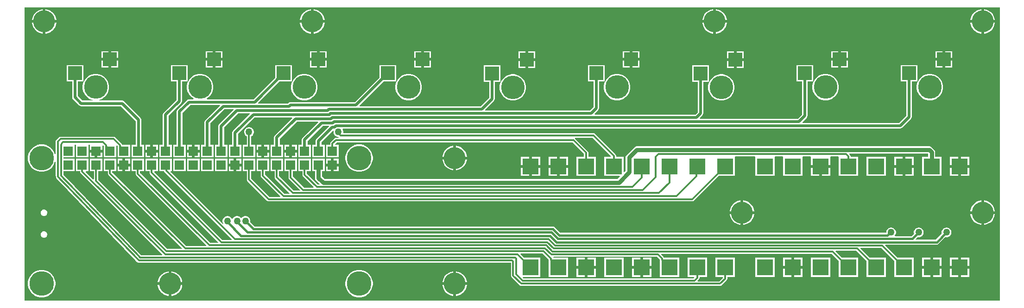
<source format=gbl>
G04*
G04 #@! TF.GenerationSoftware,Altium Limited,Altium Designer,22.9.1 (49)*
G04*
G04 Layer_Physical_Order=2*
G04 Layer_Color=16711680*
%FSLAX24Y24*%
%MOIN*%
G70*
G04*
G04 #@! TF.SameCoordinates,BC7F86F0-2A0E-43FE-BC97-1A6F13FA9336*
G04*
G04*
G04 #@! TF.FilePolarity,Positive*
G04*
G01*
G75*
%ADD29C,0.0300*%
%ADD30C,0.0150*%
%ADD31C,0.0120*%
%ADD32R,0.1181X0.1181*%
%ADD33R,0.0984X0.0984*%
%ADD34C,0.1693*%
%ADD35R,0.0709X0.0709*%
%ADD36R,0.0709X0.0709*%
%ADD37C,0.1772*%
%ADD38C,0.1575*%
%ADD39C,0.0500*%
%ADD40C,0.0200*%
G36*
X74182Y25751D02*
X4015D01*
Y46902D01*
X74182D01*
Y25751D01*
D02*
G37*
%LPC*%
G36*
X24828Y46759D02*
Y45974D01*
X25613D01*
X25582Y46133D01*
X25515Y46294D01*
X25418Y46440D01*
X25294Y46563D01*
X25149Y46660D01*
X24987Y46727D01*
X24828Y46759D01*
D02*
G37*
G36*
X5537D02*
Y45974D01*
X6322D01*
X6290Y46133D01*
X6223Y46294D01*
X6126Y46440D01*
X6003Y46563D01*
X5857Y46660D01*
X5696Y46727D01*
X5537Y46759D01*
D02*
G37*
G36*
X53765Y46759D02*
Y45974D01*
X54550D01*
X54519Y46133D01*
X54452Y46294D01*
X54355Y46440D01*
X54231Y46563D01*
X54086Y46660D01*
X53924Y46727D01*
X53765Y46759D01*
D02*
G37*
G36*
X73057Y46759D02*
Y45974D01*
X73842D01*
X73810Y46133D01*
X73743Y46294D01*
X73646Y46440D01*
X73522Y46563D01*
X73377Y46660D01*
X73216Y46727D01*
X73057Y46759D01*
D02*
G37*
G36*
X72857Y46759D02*
X72698Y46727D01*
X72536Y46660D01*
X72391Y46563D01*
X72267Y46440D01*
X72170Y46294D01*
X72103Y46133D01*
X72072Y45974D01*
X72857D01*
Y46759D01*
D02*
G37*
G36*
X53565Y46759D02*
X53407Y46727D01*
X53245Y46660D01*
X53100Y46563D01*
X52976Y46440D01*
X52879Y46294D01*
X52812Y46133D01*
X52780Y45974D01*
X53565D01*
Y46759D01*
D02*
G37*
G36*
X5337Y46759D02*
X5178Y46727D01*
X5017Y46660D01*
X4871Y46563D01*
X4748Y46440D01*
X4651Y46294D01*
X4584Y46133D01*
X4552Y45974D01*
X5337D01*
Y46759D01*
D02*
G37*
G36*
X24628D02*
X24469Y46727D01*
X24308Y46660D01*
X24163Y46563D01*
X24039Y46440D01*
X23942Y46294D01*
X23875Y46133D01*
X23843Y45974D01*
X24628D01*
Y46759D01*
D02*
G37*
G36*
X72857Y45774D02*
X72072D01*
X72103Y45615D01*
X72170Y45454D01*
X72267Y45308D01*
X72391Y45185D01*
X72536Y45088D01*
X72698Y45021D01*
X72857Y44989D01*
Y45774D01*
D02*
G37*
G36*
X53565D02*
X52780D01*
X52812Y45615D01*
X52879Y45454D01*
X52976Y45308D01*
X53100Y45185D01*
X53245Y45088D01*
X53407Y45021D01*
X53565Y44989D01*
Y45774D01*
D02*
G37*
G36*
X25613D02*
X24828D01*
Y44989D01*
X24987Y45021D01*
X25149Y45088D01*
X25294Y45185D01*
X25418Y45308D01*
X25515Y45454D01*
X25582Y45615D01*
X25613Y45774D01*
D02*
G37*
G36*
X6322D02*
X5537D01*
Y44989D01*
X5696Y45021D01*
X5857Y45088D01*
X6003Y45185D01*
X6126Y45308D01*
X6223Y45454D01*
X6290Y45615D01*
X6322Y45774D01*
D02*
G37*
G36*
X5337D02*
X4552D01*
X4584Y45615D01*
X4651Y45454D01*
X4748Y45308D01*
X4871Y45185D01*
X5017Y45088D01*
X5178Y45021D01*
X5337Y44989D01*
Y45774D01*
D02*
G37*
G36*
X24628D02*
X23843D01*
X23875Y45615D01*
X23942Y45454D01*
X24039Y45308D01*
X24163Y45185D01*
X24308Y45088D01*
X24469Y45021D01*
X24628Y44989D01*
Y45774D01*
D02*
G37*
G36*
X54550D02*
X53765D01*
Y44989D01*
X53924Y45021D01*
X54086Y45088D01*
X54231Y45185D01*
X54355Y45308D01*
X54452Y45454D01*
X54519Y45615D01*
X54550Y45774D01*
D02*
G37*
G36*
X73842D02*
X73057D01*
Y44989D01*
X73216Y45021D01*
X73377Y45088D01*
X73522Y45185D01*
X73646Y45308D01*
X73743Y45454D01*
X73810Y45615D01*
X73842Y45774D01*
D02*
G37*
G36*
X70746Y43734D02*
X70254D01*
Y43242D01*
X70746D01*
Y43734D01*
D02*
G37*
G36*
X70054D02*
X69561D01*
Y43242D01*
X70054D01*
Y43734D01*
D02*
G37*
G36*
X63246D02*
X62754D01*
Y43242D01*
X63246D01*
Y43734D01*
D02*
G37*
G36*
X62554D02*
X62061D01*
Y43242D01*
X62554D01*
Y43734D01*
D02*
G37*
G36*
X48246D02*
X47754D01*
Y43242D01*
X48246D01*
Y43734D01*
D02*
G37*
G36*
X47554D02*
X47061D01*
Y43242D01*
X47554D01*
Y43734D01*
D02*
G37*
G36*
X33246D02*
X32754D01*
Y43242D01*
X33246D01*
Y43734D01*
D02*
G37*
G36*
X32554D02*
X32061D01*
Y43242D01*
X32554D01*
Y43734D01*
D02*
G37*
G36*
X25746D02*
X25254D01*
Y43242D01*
X25746D01*
Y43734D01*
D02*
G37*
G36*
X25054D02*
X24561D01*
Y43242D01*
X25054D01*
Y43734D01*
D02*
G37*
G36*
X18246D02*
X17754D01*
Y43242D01*
X18246D01*
Y43734D01*
D02*
G37*
G36*
X17554D02*
X17061D01*
Y43242D01*
X17554D01*
Y43734D01*
D02*
G37*
G36*
X10746D02*
X10254D01*
Y43242D01*
X10746D01*
Y43734D01*
D02*
G37*
G36*
X10054D02*
X9561D01*
Y43242D01*
X10054D01*
Y43734D01*
D02*
G37*
G36*
X55746Y43718D02*
X55254D01*
Y43226D01*
X55746D01*
Y43718D01*
D02*
G37*
G36*
X55054D02*
X54561D01*
Y43226D01*
X55054D01*
Y43718D01*
D02*
G37*
G36*
X40746D02*
X40254D01*
Y43226D01*
X40746D01*
Y43718D01*
D02*
G37*
G36*
X40054D02*
X39561D01*
Y43226D01*
X40054D01*
Y43718D01*
D02*
G37*
G36*
X70746Y43042D02*
X70254D01*
Y42550D01*
X70746D01*
Y43042D01*
D02*
G37*
G36*
X70054D02*
X69561D01*
Y42550D01*
X70054D01*
Y43042D01*
D02*
G37*
G36*
X63246D02*
X62754D01*
Y42550D01*
X63246D01*
Y43042D01*
D02*
G37*
G36*
X62554D02*
X62061D01*
Y42550D01*
X62554D01*
Y43042D01*
D02*
G37*
G36*
X48246D02*
X47754D01*
Y42550D01*
X48246D01*
Y43042D01*
D02*
G37*
G36*
X47554D02*
X47061D01*
Y42550D01*
X47554D01*
Y43042D01*
D02*
G37*
G36*
X33246D02*
X32754D01*
Y42550D01*
X33246D01*
Y43042D01*
D02*
G37*
G36*
X32554D02*
X32061D01*
Y42550D01*
X32554D01*
Y43042D01*
D02*
G37*
G36*
X25746D02*
X25254D01*
Y42550D01*
X25746D01*
Y43042D01*
D02*
G37*
G36*
X25054D02*
X24561D01*
Y42550D01*
X25054D01*
Y43042D01*
D02*
G37*
G36*
X18246D02*
X17754D01*
Y42550D01*
X18246D01*
Y43042D01*
D02*
G37*
G36*
X17554D02*
X17061D01*
Y42550D01*
X17554D01*
Y43042D01*
D02*
G37*
G36*
X10746D02*
X10254D01*
Y42550D01*
X10746D01*
Y43042D01*
D02*
G37*
G36*
X10054D02*
X9561D01*
Y42550D01*
X10054D01*
Y43042D01*
D02*
G37*
G36*
X55746Y43026D02*
X55254D01*
Y42534D01*
X55746D01*
Y43026D01*
D02*
G37*
G36*
X55054D02*
X54561D01*
Y42534D01*
X55054D01*
Y43026D01*
D02*
G37*
G36*
X40746D02*
X40254D01*
Y42534D01*
X40746D01*
Y43026D01*
D02*
G37*
G36*
X40054D02*
X39561D01*
Y42534D01*
X40054D01*
Y43026D01*
D02*
G37*
G36*
X69247Y42088D02*
X69060D01*
X68877Y42052D01*
X68705Y41980D01*
X68550Y41877D01*
X68418Y41745D01*
X68315Y41590D01*
X68243Y41418D01*
X68207Y41235D01*
Y41049D01*
X68243Y40866D01*
X68315Y40693D01*
X68418Y40538D01*
X68550Y40407D01*
X68705Y40303D01*
X68877Y40232D01*
X69060Y40195D01*
X69247D01*
X69430Y40232D01*
X69602Y40303D01*
X69757Y40407D01*
X69889Y40538D01*
X69992Y40693D01*
X70064Y40866D01*
X70100Y41049D01*
Y41235D01*
X70064Y41418D01*
X69992Y41590D01*
X69889Y41745D01*
X69757Y41877D01*
X69602Y41980D01*
X69430Y42052D01*
X69247Y42088D01*
D02*
G37*
G36*
X61747D02*
X61560D01*
X61377Y42052D01*
X61205Y41980D01*
X61050Y41877D01*
X60918Y41745D01*
X60815Y41590D01*
X60743Y41418D01*
X60707Y41235D01*
Y41049D01*
X60743Y40866D01*
X60815Y40693D01*
X60918Y40538D01*
X61050Y40407D01*
X61205Y40303D01*
X61377Y40232D01*
X61560Y40195D01*
X61747D01*
X61930Y40232D01*
X62102Y40303D01*
X62257Y40407D01*
X62389Y40538D01*
X62492Y40693D01*
X62564Y40866D01*
X62600Y41049D01*
Y41235D01*
X62564Y41418D01*
X62492Y41590D01*
X62389Y41745D01*
X62257Y41877D01*
X62102Y41980D01*
X61930Y42052D01*
X61747Y42088D01*
D02*
G37*
G36*
X46747D02*
X46560D01*
X46377Y42052D01*
X46205Y41980D01*
X46050Y41877D01*
X45918Y41745D01*
X45815Y41590D01*
X45743Y41418D01*
X45707Y41235D01*
Y41049D01*
X45743Y40866D01*
X45815Y40693D01*
X45918Y40538D01*
X46050Y40407D01*
X46205Y40303D01*
X46377Y40232D01*
X46560Y40195D01*
X46747D01*
X46930Y40232D01*
X47102Y40303D01*
X47257Y40407D01*
X47389Y40538D01*
X47492Y40693D01*
X47564Y40866D01*
X47600Y41049D01*
Y41235D01*
X47564Y41418D01*
X47492Y41590D01*
X47389Y41745D01*
X47257Y41877D01*
X47102Y41980D01*
X46930Y42052D01*
X46747Y42088D01*
D02*
G37*
G36*
X31747D02*
X31560D01*
X31377Y42052D01*
X31205Y41980D01*
X31050Y41877D01*
X30918Y41745D01*
X30815Y41590D01*
X30743Y41418D01*
X30707Y41235D01*
Y41049D01*
X30743Y40866D01*
X30815Y40693D01*
X30918Y40538D01*
X31050Y40407D01*
X31205Y40303D01*
X31377Y40232D01*
X31560Y40195D01*
X31747D01*
X31930Y40232D01*
X32102Y40303D01*
X32257Y40407D01*
X32389Y40538D01*
X32492Y40693D01*
X32564Y40866D01*
X32600Y41049D01*
Y41235D01*
X32564Y41418D01*
X32492Y41590D01*
X32389Y41745D01*
X32257Y41877D01*
X32102Y41980D01*
X31930Y42052D01*
X31747Y42088D01*
D02*
G37*
G36*
X24247D02*
X24060D01*
X23877Y42052D01*
X23705Y41980D01*
X23550Y41877D01*
X23418Y41745D01*
X23315Y41590D01*
X23243Y41418D01*
X23207Y41235D01*
Y41049D01*
X23243Y40866D01*
X23315Y40693D01*
X23418Y40538D01*
X23550Y40407D01*
X23705Y40303D01*
X23877Y40232D01*
X24060Y40195D01*
X24247D01*
X24430Y40232D01*
X24602Y40303D01*
X24757Y40407D01*
X24889Y40538D01*
X24992Y40693D01*
X25064Y40866D01*
X25100Y41049D01*
Y41235D01*
X25064Y41418D01*
X24992Y41590D01*
X24889Y41745D01*
X24757Y41877D01*
X24602Y41980D01*
X24430Y42052D01*
X24247Y42088D01*
D02*
G37*
G36*
X54247Y42072D02*
X54060D01*
X53877Y42036D01*
X53705Y41965D01*
X53550Y41861D01*
X53418Y41729D01*
X53315Y41574D01*
X53243Y41402D01*
X53207Y41219D01*
Y41033D01*
X53243Y40850D01*
X53315Y40678D01*
X53418Y40523D01*
X53550Y40391D01*
X53705Y40287D01*
X53877Y40216D01*
X54060Y40180D01*
X54247D01*
X54430Y40216D01*
X54602Y40287D01*
X54757Y40391D01*
X54889Y40523D01*
X54992Y40678D01*
X55064Y40850D01*
X55100Y41033D01*
Y41219D01*
X55064Y41402D01*
X54992Y41574D01*
X54889Y41729D01*
X54757Y41861D01*
X54602Y41965D01*
X54430Y42036D01*
X54247Y42072D01*
D02*
G37*
G36*
X39247D02*
X39060D01*
X38877Y42036D01*
X38705Y41965D01*
X38550Y41861D01*
X38418Y41729D01*
X38315Y41574D01*
X38243Y41402D01*
X38207Y41219D01*
Y41033D01*
X38243Y40850D01*
X38315Y40678D01*
X38418Y40523D01*
X38550Y40391D01*
X38705Y40287D01*
X38877Y40216D01*
X39060Y40180D01*
X39247D01*
X39430Y40216D01*
X39602Y40287D01*
X39757Y40391D01*
X39889Y40523D01*
X39992Y40678D01*
X40064Y40850D01*
X40100Y41033D01*
Y41219D01*
X40064Y41402D01*
X39992Y41574D01*
X39889Y41729D01*
X39757Y41861D01*
X39602Y41965D01*
X39430Y42036D01*
X39247Y42072D01*
D02*
G37*
G36*
X68246Y42734D02*
X67061D01*
Y41550D01*
X67450D01*
Y39081D01*
X66934Y38565D01*
X59997D01*
X59978Y38611D01*
X60298Y38931D01*
X60342Y38997D01*
X60357Y39075D01*
Y41550D01*
X60746D01*
Y42734D01*
X59561D01*
Y41550D01*
X59950D01*
Y39159D01*
X59655Y38865D01*
X52620D01*
X52601Y38911D01*
X52798Y39108D01*
X52842Y39174D01*
X52857Y39252D01*
Y41534D01*
X53246D01*
Y42718D01*
X52061D01*
Y41534D01*
X52450D01*
Y39336D01*
X52278Y39165D01*
X45046D01*
X45027Y39211D01*
X45298Y39482D01*
X45342Y39548D01*
X45357Y39626D01*
Y41550D01*
X45746D01*
Y42734D01*
X44561D01*
Y41550D01*
X44950D01*
Y39710D01*
X44704Y39465D01*
X37177D01*
X37158Y39511D01*
X37798Y40151D01*
X37842Y40217D01*
X37857Y40295D01*
Y41534D01*
X38246D01*
Y42718D01*
X37061D01*
Y41534D01*
X37450D01*
Y40380D01*
X36835Y39765D01*
X28131D01*
X28111Y39811D01*
X29850Y41550D01*
X30746D01*
Y42734D01*
X29561D01*
Y41838D01*
X27788Y40065D01*
X23147D01*
X23069Y40050D01*
X23002Y40005D01*
X22968Y39971D01*
X20836D01*
X20817Y40017D01*
X22350Y41550D01*
X23246D01*
Y42734D01*
X22061D01*
Y41838D01*
X20494Y40271D01*
X17144D01*
X17129Y40321D01*
X17257Y40407D01*
X17389Y40538D01*
X17492Y40693D01*
X17564Y40866D01*
X17600Y41049D01*
Y41235D01*
X17564Y41418D01*
X17492Y41590D01*
X17389Y41745D01*
X17257Y41877D01*
X17102Y41980D01*
X16930Y42052D01*
X16747Y42088D01*
X16560D01*
X16377Y42052D01*
X16205Y41980D01*
X16050Y41877D01*
X15918Y41745D01*
X15815Y41590D01*
X15743Y41418D01*
X15707Y41235D01*
Y41049D01*
X15743Y40866D01*
X15815Y40693D01*
X15918Y40538D01*
X16050Y40407D01*
X16179Y40321D01*
X16163Y40271D01*
X15870D01*
X15792Y40255D01*
X15726Y40211D01*
X15032Y39517D01*
X14987Y39451D01*
X14972Y39373D01*
Y36986D01*
X14721D01*
Y36077D01*
X15630D01*
Y36986D01*
X15380D01*
Y39288D01*
X15955Y39863D01*
X18068D01*
X18087Y39817D01*
X17032Y38761D01*
X16987Y38695D01*
X16972Y38617D01*
Y36986D01*
X16721D01*
Y36077D01*
X17630D01*
Y36986D01*
X17380D01*
Y38532D01*
X18410Y39563D01*
X19048D01*
X19067Y39517D01*
X18032Y38481D01*
X17987Y38415D01*
X17972Y38337D01*
Y36986D01*
X17721D01*
Y36077D01*
X18630D01*
Y36986D01*
X18380D01*
Y38253D01*
X19390Y39263D01*
X20224D01*
X20243Y39217D01*
X19032Y38005D01*
X18987Y37939D01*
X18972Y37861D01*
Y36986D01*
X18721D01*
Y36077D01*
X19630D01*
Y36986D01*
X19380D01*
Y37776D01*
X20566Y38963D01*
X23271D01*
X23290Y38917D01*
X22032Y37659D01*
X21987Y37592D01*
X21972Y37514D01*
Y36986D01*
X21721D01*
Y36077D01*
X22630D01*
Y36986D01*
X22380D01*
Y37430D01*
X23613Y38663D01*
X25136D01*
X25155Y38617D01*
X24032Y37493D01*
X23987Y37427D01*
X23972Y37349D01*
Y36986D01*
X23721D01*
Y36077D01*
X24630D01*
Y36986D01*
X24380D01*
Y37264D01*
X25478Y38363D01*
X25919D01*
X25938Y38317D01*
X25032Y37410D01*
X24987Y37344D01*
X24972Y37266D01*
Y36986D01*
X24721D01*
Y36077D01*
X25630D01*
Y36986D01*
X25380D01*
Y37182D01*
X26217Y38019D01*
X26261Y37993D01*
X26252Y37957D01*
Y37865D01*
X26276Y37776D01*
X26322Y37696D01*
X26387Y37631D01*
X26467Y37585D01*
X26556Y37561D01*
X26606D01*
X26628Y37534D01*
X26608Y37484D01*
X26412D01*
X26349Y37472D01*
X26296Y37436D01*
X26060Y37201D01*
X26025Y37148D01*
X26013Y37085D01*
Y36986D01*
X25721D01*
Y36077D01*
X26630D01*
Y36986D01*
X26378D01*
X26357Y37036D01*
X26479Y37158D01*
X43450D01*
X44258Y36350D01*
Y36124D01*
X43731D01*
Y34743D01*
X45112D01*
Y36124D01*
X44584D01*
Y36417D01*
X44572Y36480D01*
X44537Y36533D01*
X43633Y37436D01*
X43621Y37444D01*
X43637Y37494D01*
X44885D01*
X46210Y36170D01*
X46191Y36124D01*
X45731D01*
Y34743D01*
X46840D01*
X46859Y34696D01*
X46677Y34515D01*
X25621D01*
X25431Y34705D01*
Y35077D01*
X25630D01*
Y35986D01*
X24721D01*
Y35077D01*
X24921D01*
Y34600D01*
X24940Y34502D01*
X24996Y34420D01*
X25256Y34159D01*
X25237Y34113D01*
X25115D01*
X24339Y34889D01*
Y35077D01*
X24630D01*
Y35986D01*
X23721D01*
Y35077D01*
X24013D01*
Y34821D01*
X24025Y34759D01*
X24060Y34706D01*
X24827Y33939D01*
X24808Y33893D01*
X24145D01*
X23339Y34699D01*
Y35077D01*
X23630D01*
Y35986D01*
X22721D01*
Y35077D01*
X23013D01*
Y34631D01*
X23025Y34569D01*
X23060Y34516D01*
X23857Y33719D01*
X23838Y33673D01*
X23381D01*
X22339Y34715D01*
Y35077D01*
X22630D01*
Y35986D01*
X21721D01*
Y35077D01*
X22013D01*
Y34647D01*
X22025Y34585D01*
X22060Y34532D01*
X23093Y33499D01*
X23074Y33453D01*
X22715D01*
X21339Y34829D01*
Y35077D01*
X21630D01*
Y35986D01*
X20721D01*
Y35077D01*
X21013D01*
Y34761D01*
X21025Y34699D01*
X21060Y34646D01*
X22427Y33279D01*
X22408Y33233D01*
X21655D01*
X20339Y34549D01*
Y35077D01*
X20630D01*
Y35986D01*
X19721D01*
Y35077D01*
X20013D01*
Y34482D01*
X20025Y34419D01*
X20060Y34366D01*
X21472Y32954D01*
X21525Y32919D01*
X21588Y32907D01*
X52058D01*
X52120Y32919D01*
X52173Y32954D01*
X53961Y34743D01*
X55112D01*
Y36124D01*
X55151Y36149D01*
X56557D01*
X56597Y36124D01*
X56597Y36099D01*
Y34743D01*
X57978D01*
Y36099D01*
X57978Y36124D01*
X58017Y36149D01*
X58557D01*
X58597Y36124D01*
X58597Y36099D01*
Y34743D01*
X59978D01*
Y36099D01*
X59978Y36124D01*
X60017Y36149D01*
X60557D01*
X60597Y36124D01*
X60597Y36099D01*
Y35533D01*
X61978D01*
Y36099D01*
X61978Y36124D01*
X62017Y36149D01*
X62557D01*
X62597Y36124D01*
Y34743D01*
X63978D01*
Y36124D01*
X63451D01*
Y36154D01*
X63438Y36216D01*
X63403Y36269D01*
X63351Y36321D01*
X63370Y36367D01*
X69006D01*
X69033Y36341D01*
Y36124D01*
X68597D01*
Y34743D01*
X69978D01*
Y36124D01*
X69542D01*
Y36446D01*
X69523Y36544D01*
X69468Y36627D01*
X69292Y36802D01*
X69209Y36858D01*
X69112Y36877D01*
X48076D01*
X47978Y36858D01*
X47895Y36802D01*
X47351Y36258D01*
X47296Y36175D01*
X47276Y36078D01*
Y35114D01*
X47158Y34996D01*
X47112Y35015D01*
Y36124D01*
X46584D01*
Y36189D01*
X46572Y36251D01*
X46537Y36304D01*
X45068Y37773D01*
X45015Y37808D01*
X44953Y37820D01*
X26981D01*
X26951Y37860D01*
X26952Y37865D01*
Y37957D01*
X26928Y38046D01*
X26893Y38107D01*
X26917Y38157D01*
X67019D01*
X67097Y38173D01*
X67163Y38217D01*
X67798Y38852D01*
X67842Y38918D01*
X67857Y38996D01*
X67857Y38996D01*
Y41550D01*
X68246D01*
Y42734D01*
D02*
G37*
G36*
X23630Y36986D02*
X23276D01*
Y36632D01*
X23630D01*
Y36986D01*
D02*
G37*
G36*
X23076D02*
X22721D01*
Y36632D01*
X23076D01*
Y36986D01*
D02*
G37*
G36*
X21630D02*
X21276D01*
Y36632D01*
X21630D01*
Y36986D01*
D02*
G37*
G36*
X21076D02*
X20721D01*
Y36632D01*
X21076D01*
Y36986D01*
D02*
G37*
G36*
X16630D02*
X16276D01*
Y36632D01*
X16630D01*
Y36986D01*
D02*
G37*
G36*
X16076D02*
X15721D01*
Y36632D01*
X16076D01*
Y36986D01*
D02*
G37*
G36*
X13630D02*
X13276D01*
Y36632D01*
X13630D01*
Y36986D01*
D02*
G37*
G36*
X13076D02*
X12721D01*
Y36632D01*
X13076D01*
Y36986D01*
D02*
G37*
G36*
X10443Y37570D02*
X6616D01*
X6553Y37558D01*
X6500Y37522D01*
X6306Y37328D01*
X6271Y37275D01*
X6258Y37213D01*
Y36315D01*
X6208Y36310D01*
X6206Y36319D01*
X6132Y36498D01*
X6024Y36660D01*
X5887Y36797D01*
X5725Y36905D01*
X5546Y36979D01*
X5356Y37017D01*
X5161D01*
X4971Y36979D01*
X4791Y36905D01*
X4630Y36797D01*
X4493Y36660D01*
X4385Y36498D01*
X4310Y36319D01*
X4273Y36129D01*
Y35934D01*
X4310Y35744D01*
X4385Y35565D01*
X4493Y35403D01*
X4630Y35266D01*
X4791Y35158D01*
X4971Y35084D01*
X5161Y35046D01*
X5356D01*
X5546Y35084D01*
X5725Y35158D01*
X5887Y35266D01*
X6024Y35403D01*
X6132Y35565D01*
X6206Y35744D01*
X6208Y35753D01*
X6258Y35748D01*
Y34897D01*
X6258Y34850D01*
X6260Y34841D01*
X6259Y34831D01*
X6279Y34659D01*
X6286Y34639D01*
X6290Y34619D01*
X6296Y34609D01*
X6299Y34599D01*
X6313Y34583D01*
X6324Y34565D01*
X11999Y28667D01*
X12000Y28666D01*
X12001Y28664D01*
X12132Y28534D01*
X12184Y28499D01*
X12247Y28486D01*
X39014D01*
Y27569D01*
X39026Y27506D01*
X39062Y27453D01*
X39656Y26858D01*
X39709Y26823D01*
X39772Y26811D01*
X54059D01*
X54121Y26823D01*
X54174Y26858D01*
X54537Y27221D01*
X54572Y27274D01*
X54584Y27336D01*
Y27467D01*
X55112D01*
Y28848D01*
X53731D01*
Y27467D01*
X54258D01*
Y27404D01*
X53991Y27137D01*
X52451D01*
X52432Y27183D01*
X52537Y27288D01*
X52572Y27341D01*
X52584Y27403D01*
Y27467D01*
X53112D01*
Y28848D01*
X51731D01*
Y27467D01*
X52189D01*
X52208Y27421D01*
X52144Y27357D01*
X39930D01*
X39867Y27421D01*
X39886Y27467D01*
X41112D01*
Y28848D01*
X39961D01*
X39709Y29100D01*
X39728Y29146D01*
X41298D01*
X41728Y28716D01*
Y28688D01*
X41731Y28672D01*
Y27467D01*
X43112D01*
Y28848D01*
X42084D01*
X42077Y28859D01*
X42105Y28909D01*
X49535D01*
X49728Y28716D01*
Y28688D01*
X49731Y28672D01*
Y27467D01*
X51112D01*
Y28848D01*
X50040D01*
X50006Y28899D01*
X49823Y29083D01*
X49842Y29129D01*
X62085D01*
X62597Y28617D01*
Y27467D01*
X63978D01*
Y28848D01*
X62828D01*
X62373Y29303D01*
X62392Y29349D01*
X63865D01*
X64597Y28617D01*
Y27467D01*
X65978D01*
Y28848D01*
X64828D01*
X64153Y29523D01*
X64172Y29569D01*
X65645D01*
X66597Y28617D01*
Y27467D01*
X67978D01*
Y28848D01*
X66828D01*
X65933Y29743D01*
X65952Y29789D01*
X69648D01*
X69717Y29802D01*
X69775Y29841D01*
X70272Y30338D01*
X70312Y30327D01*
X70404D01*
X70493Y30351D01*
X70573Y30397D01*
X70638Y30462D01*
X70684Y30542D01*
X70708Y30631D01*
Y30723D01*
X70684Y30812D01*
X70638Y30892D01*
X70573Y30957D01*
X70493Y31003D01*
X70404Y31027D01*
X70312D01*
X70223Y31003D01*
X70143Y30957D01*
X70078Y30892D01*
X70032Y30812D01*
X70008Y30723D01*
Y30631D01*
X70019Y30590D01*
X69574Y30146D01*
X68144D01*
X68125Y30192D01*
X68272Y30338D01*
X68312Y30327D01*
X68404D01*
X68493Y30351D01*
X68573Y30397D01*
X68638Y30462D01*
X68684Y30542D01*
X68708Y30631D01*
Y30723D01*
X68684Y30812D01*
X68638Y30892D01*
X68573Y30957D01*
X68493Y31003D01*
X68404Y31027D01*
X68312D01*
X68223Y31003D01*
X68143Y30957D01*
X68078Y30892D01*
X68032Y30812D01*
X68008Y30723D01*
Y30631D01*
X68019Y30590D01*
X67824Y30396D01*
X66646D01*
X66626Y30446D01*
X66642Y30462D01*
X66688Y30542D01*
X66712Y30631D01*
Y30723D01*
X66688Y30812D01*
X66642Y30892D01*
X66577Y30957D01*
X66497Y31003D01*
X66408Y31027D01*
X66316D01*
X66227Y31003D01*
X66147Y30957D01*
X66082Y30892D01*
X66036Y30812D01*
X66012Y30723D01*
Y30646D01*
X42565D01*
X42160Y31051D01*
X42102Y31089D01*
X42034Y31103D01*
X20559D01*
X20252Y31410D01*
X20264Y31458D01*
Y31550D01*
X20240Y31639D01*
X20194Y31719D01*
X20129Y31784D01*
X20049Y31830D01*
X19960Y31854D01*
X19868D01*
X19779Y31830D01*
X19699Y31784D01*
X19642Y31727D01*
X19624Y31720D01*
X19579Y31724D01*
X19529Y31774D01*
X19450Y31820D01*
X19361Y31844D01*
X19268D01*
X19179Y31820D01*
X19100Y31774D01*
X19034Y31709D01*
X18998Y31646D01*
X18993Y31644D01*
X18947Y31644D01*
X18943Y31646D01*
X18906Y31709D01*
X18841Y31775D01*
X18761Y31821D01*
X18672Y31844D01*
X18580D01*
X18491Y31821D01*
X18411Y31775D01*
X18346Y31709D01*
X18300Y31630D01*
X18276Y31541D01*
Y31448D01*
X18300Y31359D01*
X18321Y31323D01*
X18281Y31293D01*
X14542Y35031D01*
X14561Y35077D01*
X14630D01*
Y35986D01*
X13721D01*
Y35077D01*
X14072D01*
X14077Y35052D01*
X14113Y34999D01*
X18933Y30179D01*
X18914Y30133D01*
X18259D01*
X13365Y35027D01*
X13386Y35077D01*
X13630D01*
Y35986D01*
X12721D01*
Y35077D01*
X13013D01*
Y34986D01*
X13025Y34923D01*
X13060Y34870D01*
X17972Y29959D01*
X17953Y29913D01*
X17397D01*
X12339Y34971D01*
Y35077D01*
X12630D01*
Y35986D01*
X11721D01*
Y35077D01*
X12013D01*
Y34903D01*
X12025Y34841D01*
X12060Y34788D01*
X17109Y29739D01*
X17090Y29693D01*
X15648D01*
X10339Y35002D01*
Y35077D01*
X10630D01*
Y35986D01*
X9721D01*
Y35077D01*
X10013D01*
Y34934D01*
X10025Y34872D01*
X10060Y34819D01*
X15361Y29519D01*
X15341Y29473D01*
X14309D01*
X9339Y34443D01*
Y35077D01*
X9630D01*
Y35986D01*
X8721D01*
Y35077D01*
X9013D01*
Y34524D01*
X8966Y34504D01*
X8440Y35031D01*
X8459Y35077D01*
X8630D01*
Y35986D01*
X7721D01*
Y35077D01*
X8013D01*
Y35064D01*
X8025Y35002D01*
X8060Y34949D01*
X13931Y29079D01*
X13911Y29033D01*
X12406D01*
X6825Y34835D01*
X6825Y35077D01*
X7630D01*
Y35986D01*
X6825D01*
Y36077D01*
X7630D01*
Y36986D01*
X7668Y37016D01*
X7684D01*
X7721Y36986D01*
X7721Y36966D01*
Y36077D01*
X8630D01*
Y36966D01*
X8630Y36986D01*
X8668Y37016D01*
X8684D01*
X8721Y36986D01*
X8721Y36966D01*
Y36632D01*
X9630D01*
Y36919D01*
X9680Y36939D01*
X9718Y36901D01*
Y36873D01*
X9721Y36857D01*
Y36077D01*
X10630D01*
Y36919D01*
X10680Y36939D01*
X10718Y36901D01*
Y36873D01*
X10721Y36857D01*
Y36077D01*
X11630D01*
Y36986D01*
X11041D01*
X11032Y37031D01*
X10997Y37084D01*
X10558Y37522D01*
X10505Y37558D01*
X10443Y37570D01*
D02*
G37*
G36*
X35065Y36916D02*
Y36131D01*
X35849D01*
X35818Y36290D01*
X35751Y36452D01*
X35654Y36597D01*
X35530Y36721D01*
X35385Y36818D01*
X35223Y36885D01*
X35065Y36916D01*
D02*
G37*
G36*
X34865D02*
X34706Y36885D01*
X34544Y36818D01*
X34399Y36721D01*
X34275Y36597D01*
X34178Y36452D01*
X34111Y36290D01*
X34080Y36131D01*
X34865D01*
Y36916D01*
D02*
G37*
G36*
X23630Y36432D02*
X23276D01*
Y36077D01*
X23630D01*
Y36432D01*
D02*
G37*
G36*
X23076D02*
X22721D01*
Y36077D01*
X23076D01*
Y36432D01*
D02*
G37*
G36*
X21630D02*
X21276D01*
Y36077D01*
X21630D01*
Y36432D01*
D02*
G37*
G36*
X21076D02*
X20721D01*
Y36077D01*
X21076D01*
Y36432D01*
D02*
G37*
G36*
X20222Y38261D02*
X20130D01*
X20041Y38237D01*
X19961Y38191D01*
X19896Y38126D01*
X19850Y38046D01*
X19826Y37957D01*
Y37865D01*
X19850Y37776D01*
X19896Y37696D01*
X19961Y37631D01*
X20013Y37601D01*
Y36986D01*
X19721D01*
Y36077D01*
X20630D01*
Y36986D01*
X20339D01*
Y37601D01*
X20391Y37631D01*
X20456Y37696D01*
X20502Y37776D01*
X20526Y37865D01*
Y37957D01*
X20502Y38046D01*
X20456Y38126D01*
X20391Y38191D01*
X20311Y38237D01*
X20222Y38261D01*
D02*
G37*
G36*
X16630Y36432D02*
X16276D01*
Y36077D01*
X16630D01*
Y36432D01*
D02*
G37*
G36*
X16076D02*
X15721D01*
Y36077D01*
X16076D01*
Y36432D01*
D02*
G37*
G36*
X15746Y42734D02*
X14561D01*
Y41550D01*
X14950D01*
Y40222D01*
X14032Y39304D01*
X13987Y39238D01*
X13972Y39160D01*
Y36986D01*
X13721D01*
Y36077D01*
X14630D01*
Y36986D01*
X14380D01*
Y39076D01*
X15298Y39994D01*
X15342Y40060D01*
X15357Y40138D01*
Y41550D01*
X15746D01*
Y42734D01*
D02*
G37*
G36*
X13630Y36432D02*
X13276D01*
Y36077D01*
X13630D01*
Y36432D01*
D02*
G37*
G36*
X13076D02*
X12721D01*
Y36077D01*
X13076D01*
Y36432D01*
D02*
G37*
G36*
X8246Y42734D02*
X7061D01*
Y41550D01*
X7450D01*
Y40409D01*
X7465Y40331D01*
X7509Y40265D01*
X7950Y39824D01*
X8016Y39780D01*
X8094Y39765D01*
X10963D01*
X12024Y38703D01*
Y36986D01*
X11721D01*
Y36077D01*
X12630D01*
Y36986D01*
X12432D01*
Y38787D01*
X12417Y38865D01*
X12373Y38932D01*
X12373Y38932D01*
X11191Y40113D01*
X11125Y40157D01*
X11047Y40172D01*
X9388D01*
X9383Y40222D01*
X9430Y40232D01*
X9602Y40303D01*
X9757Y40407D01*
X9889Y40538D01*
X9992Y40693D01*
X10064Y40866D01*
X10100Y41049D01*
Y41235D01*
X10064Y41418D01*
X9992Y41590D01*
X9889Y41745D01*
X9757Y41877D01*
X9602Y41980D01*
X9430Y42052D01*
X9247Y42088D01*
X9060D01*
X8877Y42052D01*
X8705Y41980D01*
X8550Y41877D01*
X8418Y41745D01*
X8315Y41590D01*
X8243Y41418D01*
X8207Y41235D01*
Y41049D01*
X8243Y40866D01*
X8315Y40693D01*
X8418Y40538D01*
X8550Y40407D01*
X8705Y40303D01*
X8877Y40232D01*
X8924Y40222D01*
X8919Y40172D01*
X8179D01*
X7857Y40494D01*
Y41550D01*
X8246D01*
Y42734D01*
D02*
G37*
G36*
X9630Y36432D02*
X9276D01*
Y36077D01*
X9630D01*
Y36432D01*
D02*
G37*
G36*
X9076D02*
X8721D01*
Y36077D01*
X9076D01*
Y36432D01*
D02*
G37*
G36*
X26630Y35986D02*
X26276D01*
Y35631D01*
X26630D01*
Y35986D01*
D02*
G37*
G36*
X26076D02*
X25721D01*
Y35631D01*
X26076D01*
Y35986D01*
D02*
G37*
G36*
X19630D02*
X19276D01*
Y35631D01*
X19630D01*
Y35986D01*
D02*
G37*
G36*
X19076D02*
X18721D01*
Y35631D01*
X19076D01*
Y35986D01*
D02*
G37*
G36*
X11630D02*
X11276D01*
Y35631D01*
X11630D01*
Y35986D01*
D02*
G37*
G36*
X11076D02*
X10721D01*
Y35631D01*
X11076D01*
Y35986D01*
D02*
G37*
G36*
X71978Y36124D02*
X71387D01*
Y35533D01*
X71978D01*
Y36124D01*
D02*
G37*
G36*
X71187D02*
X70597D01*
Y35533D01*
X71187D01*
Y36124D01*
D02*
G37*
G36*
X67978D02*
X67387D01*
Y35533D01*
X67978D01*
Y36124D01*
D02*
G37*
G36*
X67187D02*
X66597D01*
Y35533D01*
X67187D01*
Y36124D01*
D02*
G37*
G36*
X43112D02*
X42521D01*
Y35533D01*
X43112D01*
Y36124D01*
D02*
G37*
G36*
X42321D02*
X41731D01*
Y35533D01*
X42321D01*
Y36124D01*
D02*
G37*
G36*
X41112D02*
X40521D01*
Y35533D01*
X41112D01*
Y36124D01*
D02*
G37*
G36*
X40321D02*
X39731D01*
Y35533D01*
X40321D01*
Y36124D01*
D02*
G37*
G36*
X35849Y35931D02*
X35065D01*
Y35147D01*
X35223Y35178D01*
X35385Y35245D01*
X35530Y35342D01*
X35654Y35466D01*
X35751Y35611D01*
X35818Y35773D01*
X35849Y35931D01*
D02*
G37*
G36*
X34865D02*
X34080D01*
X34111Y35773D01*
X34178Y35611D01*
X34275Y35466D01*
X34399Y35342D01*
X34544Y35245D01*
X34706Y35178D01*
X34865Y35147D01*
Y35931D01*
D02*
G37*
G36*
X26630Y35431D02*
X26276D01*
Y35077D01*
X26630D01*
Y35431D01*
D02*
G37*
G36*
X26076D02*
X25721D01*
Y35077D01*
X26076D01*
Y35431D01*
D02*
G37*
G36*
X19630D02*
X19276D01*
Y35077D01*
X19630D01*
Y35431D01*
D02*
G37*
G36*
X19076D02*
X18721D01*
Y35077D01*
X19076D01*
Y35431D01*
D02*
G37*
G36*
X18630Y35986D02*
X17721D01*
Y35077D01*
X18630D01*
Y35986D01*
D02*
G37*
G36*
X17630D02*
X16721D01*
Y35077D01*
X17630D01*
Y35986D01*
D02*
G37*
G36*
X16630D02*
X15721D01*
Y35077D01*
X16630D01*
Y35986D01*
D02*
G37*
G36*
X15630D02*
X14721D01*
Y35077D01*
X15630D01*
Y35986D01*
D02*
G37*
G36*
X11630Y35431D02*
X11276D01*
Y35077D01*
X11630D01*
Y35431D01*
D02*
G37*
G36*
X11076D02*
X10721D01*
Y35077D01*
X11076D01*
Y35431D01*
D02*
G37*
G36*
X28190Y37017D02*
X27996D01*
X27806Y36979D01*
X27626Y36905D01*
X27465Y36797D01*
X27327Y36660D01*
X27219Y36498D01*
X27145Y36319D01*
X27107Y36129D01*
Y35934D01*
X27145Y35744D01*
X27219Y35565D01*
X27327Y35403D01*
X27465Y35266D01*
X27626Y35158D01*
X27806Y35084D01*
X27996Y35046D01*
X28190D01*
X28381Y35084D01*
X28560Y35158D01*
X28721Y35266D01*
X28859Y35403D01*
X28967Y35565D01*
X29041Y35744D01*
X29079Y35934D01*
Y36129D01*
X29041Y36319D01*
X28967Y36498D01*
X28859Y36660D01*
X28721Y36797D01*
X28560Y36905D01*
X28381Y36979D01*
X28190Y37017D01*
D02*
G37*
G36*
X71978Y35333D02*
X71387D01*
Y34743D01*
X71978D01*
Y35333D01*
D02*
G37*
G36*
X71187D02*
X70597D01*
Y34743D01*
X71187D01*
Y35333D01*
D02*
G37*
G36*
X67978D02*
X67387D01*
Y34743D01*
X67978D01*
Y35333D01*
D02*
G37*
G36*
X67187D02*
X66597D01*
Y34743D01*
X67187D01*
Y35333D01*
D02*
G37*
G36*
X65978Y36124D02*
X64597D01*
Y34743D01*
X65978D01*
Y36124D01*
D02*
G37*
G36*
X61978Y35333D02*
X61387D01*
Y34743D01*
X61978D01*
Y35333D01*
D02*
G37*
G36*
X61187D02*
X60597D01*
Y34743D01*
X61187D01*
Y35333D01*
D02*
G37*
G36*
X43112D02*
X42521D01*
Y34743D01*
X43112D01*
Y35333D01*
D02*
G37*
G36*
X42321D02*
X41731D01*
Y34743D01*
X42321D01*
Y35333D01*
D02*
G37*
G36*
X41112D02*
X40521D01*
Y34743D01*
X41112D01*
Y35333D01*
D02*
G37*
G36*
X40321D02*
X39731D01*
Y34743D01*
X40321D01*
Y35333D01*
D02*
G37*
G36*
X73057Y32979D02*
Y32194D01*
X73842D01*
X73810Y32353D01*
X73743Y32515D01*
X73646Y32660D01*
X73522Y32784D01*
X73377Y32881D01*
X73216Y32948D01*
X73057Y32979D01*
D02*
G37*
G36*
X55734Y32979D02*
Y32194D01*
X56519D01*
X56487Y32353D01*
X56420Y32515D01*
X56323Y32660D01*
X56200Y32784D01*
X56054Y32881D01*
X55893Y32948D01*
X55734Y32979D01*
D02*
G37*
G36*
X55534D02*
X55375Y32948D01*
X55214Y32881D01*
X55068Y32784D01*
X54945Y32660D01*
X54847Y32515D01*
X54781Y32353D01*
X54749Y32194D01*
X55534D01*
Y32979D01*
D02*
G37*
G36*
X72857Y32979D02*
X72698Y32948D01*
X72536Y32881D01*
X72391Y32784D01*
X72267Y32660D01*
X72170Y32515D01*
X72103Y32353D01*
X72072Y32194D01*
X72857D01*
Y32979D01*
D02*
G37*
G36*
X5463Y32322D02*
X5372D01*
X5288Y32288D01*
X5224Y32224D01*
X5189Y32140D01*
Y32049D01*
X5224Y31965D01*
X5288Y31901D01*
X5372Y31867D01*
X5463D01*
X5546Y31901D01*
X5611Y31965D01*
X5645Y32049D01*
Y32140D01*
X5611Y32224D01*
X5546Y32288D01*
X5463Y32322D01*
D02*
G37*
G36*
X73842Y31994D02*
X73057D01*
Y31210D01*
X73216Y31241D01*
X73377Y31308D01*
X73522Y31405D01*
X73646Y31529D01*
X73743Y31674D01*
X73810Y31836D01*
X73842Y31994D01*
D02*
G37*
G36*
X56519D02*
X55734D01*
Y31210D01*
X55893Y31241D01*
X56054Y31308D01*
X56200Y31405D01*
X56323Y31529D01*
X56420Y31674D01*
X56487Y31836D01*
X56519Y31994D01*
D02*
G37*
G36*
X55534D02*
X54749D01*
X54781Y31836D01*
X54847Y31674D01*
X54945Y31529D01*
X55068Y31405D01*
X55214Y31308D01*
X55375Y31241D01*
X55534Y31210D01*
Y31994D01*
D02*
G37*
G36*
X72857D02*
X72072D01*
X72103Y31836D01*
X72170Y31674D01*
X72267Y31529D01*
X72391Y31405D01*
X72536Y31308D01*
X72698Y31241D01*
X72857Y31210D01*
Y31994D01*
D02*
G37*
G36*
X5463Y30748D02*
X5372D01*
X5288Y30713D01*
X5224Y30649D01*
X5189Y30565D01*
Y30474D01*
X5224Y30391D01*
X5288Y30326D01*
X5372Y30292D01*
X5463D01*
X5546Y30326D01*
X5611Y30391D01*
X5645Y30474D01*
Y30565D01*
X5611Y30649D01*
X5546Y30713D01*
X5463Y30748D01*
D02*
G37*
G36*
X71978Y28848D02*
X71387D01*
Y28257D01*
X71978D01*
Y28848D01*
D02*
G37*
G36*
X71187D02*
X70597D01*
Y28257D01*
X71187D01*
Y28848D01*
D02*
G37*
G36*
X69978D02*
X69387D01*
Y28257D01*
X69978D01*
Y28848D01*
D02*
G37*
G36*
X69187D02*
X68597D01*
Y28257D01*
X69187D01*
Y28848D01*
D02*
G37*
G36*
X59978D02*
X59387D01*
Y28257D01*
X59978D01*
Y28848D01*
D02*
G37*
G36*
X59187D02*
X58597D01*
Y28257D01*
X59187D01*
Y28848D01*
D02*
G37*
G36*
X49112D02*
X48521D01*
Y28257D01*
X49112D01*
Y28848D01*
D02*
G37*
G36*
X48321D02*
X47731D01*
Y28257D01*
X48321D01*
Y28848D01*
D02*
G37*
G36*
X45112D02*
X44521D01*
Y28257D01*
X45112D01*
Y28848D01*
D02*
G37*
G36*
X44321D02*
X43731D01*
Y28257D01*
X44321D01*
Y28848D01*
D02*
G37*
G36*
X71978Y28057D02*
X71387D01*
Y27467D01*
X71978D01*
Y28057D01*
D02*
G37*
G36*
X71187D02*
X70597D01*
Y27467D01*
X71187D01*
Y28057D01*
D02*
G37*
G36*
X69978D02*
X69387D01*
Y27467D01*
X69978D01*
Y28057D01*
D02*
G37*
G36*
X69187D02*
X68597D01*
Y27467D01*
X69187D01*
Y28057D01*
D02*
G37*
G36*
X61978Y28848D02*
X60597D01*
Y27467D01*
X61978D01*
Y28848D01*
D02*
G37*
G36*
X59978Y28057D02*
X59387D01*
Y27467D01*
X59978D01*
Y28057D01*
D02*
G37*
G36*
X59187D02*
X58597D01*
Y27467D01*
X59187D01*
Y28057D01*
D02*
G37*
G36*
X57978Y28848D02*
X56597D01*
Y27467D01*
X57978D01*
Y28848D01*
D02*
G37*
G36*
X49112Y28057D02*
X48521D01*
Y27467D01*
X49112D01*
Y28057D01*
D02*
G37*
G36*
X48321D02*
X47731D01*
Y27467D01*
X48321D01*
Y28057D01*
D02*
G37*
G36*
X47112Y28848D02*
X45731D01*
Y27467D01*
X47112D01*
Y28848D01*
D02*
G37*
G36*
X45112Y28057D02*
X44521D01*
Y27467D01*
X45112D01*
Y28057D01*
D02*
G37*
G36*
X44321D02*
X43731D01*
Y27467D01*
X44321D01*
Y28057D01*
D02*
G37*
G36*
X35065Y27861D02*
Y27076D01*
X35849D01*
X35818Y27235D01*
X35751Y27397D01*
X35654Y27542D01*
X35530Y27666D01*
X35385Y27763D01*
X35223Y27830D01*
X35065Y27861D01*
D02*
G37*
G36*
X14592D02*
Y27076D01*
X15377D01*
X15345Y27235D01*
X15279Y27397D01*
X15181Y27542D01*
X15058Y27666D01*
X14912Y27763D01*
X14751Y27830D01*
X14592Y27861D01*
D02*
G37*
G36*
X34865D02*
X34706Y27830D01*
X34544Y27763D01*
X34399Y27666D01*
X34275Y27542D01*
X34178Y27397D01*
X34111Y27235D01*
X34080Y27076D01*
X34865D01*
Y27861D01*
D02*
G37*
G36*
X14392D02*
X14233Y27830D01*
X14072Y27763D01*
X13926Y27666D01*
X13803Y27542D01*
X13706Y27397D01*
X13639Y27235D01*
X13607Y27076D01*
X14392D01*
Y27861D01*
D02*
G37*
G36*
X15377Y26876D02*
X14592D01*
Y26091D01*
X14751Y26123D01*
X14912Y26190D01*
X15058Y26287D01*
X15181Y26411D01*
X15279Y26556D01*
X15345Y26718D01*
X15377Y26876D01*
D02*
G37*
G36*
X35849D02*
X35065D01*
Y26091D01*
X35223Y26123D01*
X35385Y26190D01*
X35530Y26287D01*
X35654Y26411D01*
X35751Y26556D01*
X35818Y26718D01*
X35849Y26876D01*
D02*
G37*
G36*
X14392D02*
X13607D01*
X13639Y26718D01*
X13706Y26556D01*
X13803Y26411D01*
X13926Y26287D01*
X14072Y26190D01*
X14233Y26123D01*
X14392Y26091D01*
Y26876D01*
D02*
G37*
G36*
X34865D02*
X34080D01*
X34111Y26718D01*
X34178Y26556D01*
X34275Y26411D01*
X34399Y26287D01*
X34544Y26190D01*
X34706Y26123D01*
X34865Y26091D01*
Y26876D01*
D02*
G37*
G36*
X28190Y27962D02*
X27996D01*
X27806Y27924D01*
X27626Y27850D01*
X27465Y27742D01*
X27327Y27605D01*
X27219Y27443D01*
X27145Y27264D01*
X27107Y27073D01*
Y26879D01*
X27145Y26689D01*
X27219Y26509D01*
X27327Y26348D01*
X27465Y26211D01*
X27626Y26103D01*
X27806Y26028D01*
X27996Y25991D01*
X28190D01*
X28381Y26028D01*
X28560Y26103D01*
X28721Y26211D01*
X28859Y26348D01*
X28967Y26509D01*
X29041Y26689D01*
X29079Y26879D01*
Y27073D01*
X29041Y27264D01*
X28967Y27443D01*
X28859Y27605D01*
X28721Y27742D01*
X28560Y27850D01*
X28381Y27924D01*
X28190Y27962D01*
D02*
G37*
G36*
X5356D02*
X5161D01*
X4971Y27924D01*
X4791Y27850D01*
X4630Y27742D01*
X4493Y27605D01*
X4385Y27443D01*
X4310Y27264D01*
X4273Y27073D01*
Y26879D01*
X4310Y26689D01*
X4385Y26509D01*
X4493Y26348D01*
X4630Y26211D01*
X4791Y26103D01*
X4971Y26028D01*
X5161Y25991D01*
X5356D01*
X5546Y26028D01*
X5725Y26103D01*
X5887Y26211D01*
X6024Y26348D01*
X6132Y26509D01*
X6206Y26689D01*
X6244Y26879D01*
Y27073D01*
X6206Y27264D01*
X6132Y27443D01*
X6024Y27605D01*
X5887Y27742D01*
X5725Y27850D01*
X5546Y27924D01*
X5356Y27962D01*
D02*
G37*
%LPD*%
D29*
X48076Y36622D02*
X69112D01*
X69287Y35433D02*
Y36446D01*
X69112Y36622D02*
X69287Y36446D01*
X47531Y36078D02*
X48076Y36622D01*
X25176Y34600D02*
Y35531D01*
X25516Y34260D02*
X46783D01*
X25176Y34600D02*
X25516Y34260D01*
X46783D02*
X47531Y35008D01*
Y36078D01*
D30*
X42388Y30217D02*
X67898D01*
X68358Y30677D01*
X66309D02*
X66362D01*
X66099Y30467D02*
X66309Y30677D01*
X42491Y30467D02*
X66099D01*
X19314Y31425D02*
Y31494D01*
Y31425D02*
X20065Y30675D01*
X18626Y31409D02*
X19610Y30425D01*
X18626Y31409D02*
Y31494D01*
X19610Y30425D02*
X41827D01*
X20065Y30675D02*
X41931D01*
X19914Y31495D02*
X20485Y30925D01*
X19914Y31495D02*
Y31504D01*
X20485Y30925D02*
X42034D01*
X42491Y30467D01*
X41931Y30675D02*
X42388Y30217D01*
X42284Y29967D02*
X69648D01*
X70358Y30677D01*
X41827Y30425D02*
X42284Y29967D01*
D31*
X12302Y28906D02*
G03*
X12303Y28905I86J84D01*
G01*
X49433Y36130D02*
X49615Y36312D01*
X63287Y35433D02*
Y36154D01*
X63129Y36312D02*
X63287Y36154D01*
X49615Y36312D02*
X63129D01*
X25223Y33950D02*
X47745D01*
X48421Y34626D02*
Y35433D01*
X47745Y33950D02*
X48421Y34626D01*
X49433Y34654D02*
Y36130D01*
X24077Y33730D02*
X48509D01*
X49433Y34654D01*
X49667Y33510D02*
X50421Y34264D01*
Y35433D01*
X23313Y33510D02*
X49667D01*
X52367Y35378D02*
X52421Y35433D01*
X22647Y33290D02*
X50924D01*
X52367Y34733D01*
Y35378D01*
X14228Y35114D02*
Y35526D01*
Y35114D02*
X19153Y30190D01*
X14176Y35578D02*
X14228Y35526D01*
X19153Y30190D02*
X41730D01*
X12117Y28780D02*
X12247Y28650D01*
X41639Y29970D02*
X42096Y29512D01*
X41891Y28688D02*
Y28784D01*
X39327Y28870D02*
X39397Y28799D01*
X12303Y28905D02*
X12338Y28870D01*
X41456Y29530D02*
X41914Y29072D01*
X42096Y29512D02*
X63933D01*
X41365Y29310D02*
X41891Y28784D01*
X41730Y30190D02*
X42187Y29732D01*
X42005Y29292D02*
X62153D01*
X12247Y28650D02*
X39107D01*
X8176Y35064D02*
X14151Y29090D01*
X12176Y34903D02*
X17329Y29750D01*
X10176Y34934D02*
X15581Y29530D01*
X17329Y29750D02*
X41547D01*
X14242Y29310D02*
X41365D01*
X41891Y28688D02*
X42421Y28157D01*
X18192Y29970D02*
X41639D01*
X39177Y27569D02*
Y28579D01*
X39107Y28650D02*
X39177Y28579D01*
X39397Y27660D02*
Y28799D01*
X39489Y29090D02*
X40421Y28157D01*
X15581Y29530D02*
X41456D01*
X41914Y29072D02*
X49602D01*
X41547Y29750D02*
X42005Y29292D01*
X42187Y29732D02*
X65713D01*
X6661Y34769D02*
X12302Y28906D01*
X13176Y34986D02*
X18192Y29970D01*
X14151Y29090D02*
X39489D01*
X12338Y28870D02*
X39327D01*
X9176Y34376D02*
X14242Y29310D01*
X65713Y29732D02*
X67287Y28157D01*
X49602Y29072D02*
X49891Y28784D01*
Y28688D02*
Y28784D01*
X39397Y27660D02*
X39863Y27194D01*
X39177Y27569D02*
X39772Y26974D01*
X49891Y28688D02*
X50421Y28157D01*
X13176Y34986D02*
Y35578D01*
X23176Y34631D02*
X24077Y33730D01*
X23176Y34631D02*
Y35531D01*
X20176Y34482D02*
X21588Y33070D01*
X20176Y34482D02*
Y35531D01*
X21588Y33070D02*
X52058D01*
X21176Y34761D02*
Y35531D01*
Y34761D02*
X22647Y33290D01*
X52058Y33070D02*
X54421Y35433D01*
X22176Y34647D02*
Y35531D01*
Y34647D02*
X23313Y33510D01*
X24176Y34821D02*
X25047Y33950D01*
X24176Y34821D02*
Y35531D01*
X25047Y33950D02*
X25223D01*
X6421Y34850D02*
X6441Y34678D01*
X12117Y28780D01*
X6661Y34818D02*
X6661Y36999D01*
X6421Y34897D02*
X6421Y34850D01*
X6421Y34897D02*
Y37213D01*
X6661Y34769D02*
Y34818D01*
X6421Y37213D02*
X6616Y37407D01*
X6781Y37179D02*
X9671D01*
X6661Y36999D02*
X6711Y37109D01*
X6781Y37179D01*
X6616Y37407D02*
X10443D01*
X9671Y37179D02*
X9881Y36969D01*
X26602Y37808D02*
X26748Y37662D01*
X26602Y37808D02*
Y37911D01*
X26748Y37657D02*
Y37662D01*
X20176Y36578D02*
Y37911D01*
X46421Y35433D02*
Y36189D01*
X44953Y37657D02*
X46421Y36189D01*
X26748Y37657D02*
X44953D01*
X44421Y35433D02*
Y36417D01*
X26412Y37321D02*
X43517D01*
X44421Y36417D01*
X26176Y37085D02*
X26412Y37321D01*
X26176Y36578D02*
Y37085D01*
X12176Y34903D02*
Y35578D01*
X62153Y29292D02*
X63287Y28157D01*
X63933Y29512D02*
X65287Y28157D01*
X8176Y35064D02*
Y35578D01*
X9176Y34376D02*
Y35578D01*
X10176Y34934D02*
Y35578D01*
X54059Y26974D02*
X54421Y27336D01*
X52212Y27194D02*
X52421Y27403D01*
X39772Y26974D02*
X54059D01*
X39863Y27194D02*
X52212D01*
X10881Y36873D02*
X11176Y36578D01*
X10881Y36873D02*
Y36969D01*
X52421Y27403D02*
Y28157D01*
X9881Y36873D02*
Y36969D01*
X10443Y37407D02*
X10881Y36969D01*
X9881Y36873D02*
X10176Y36578D01*
X54421Y27336D02*
Y28157D01*
D32*
X48421Y35433D02*
D03*
X46421D02*
D03*
X50421D02*
D03*
X42421D02*
D03*
X44421D02*
D03*
X52421D02*
D03*
X54421D02*
D03*
X40421D02*
D03*
X63287D02*
D03*
X71287D02*
D03*
X65287D02*
D03*
X69287D02*
D03*
X67287D02*
D03*
X61287D02*
D03*
X59287D02*
D03*
X57287D02*
D03*
X48421Y28157D02*
D03*
X46421D02*
D03*
X50421D02*
D03*
X42421D02*
D03*
X44421D02*
D03*
X52421D02*
D03*
X54421D02*
D03*
X40421D02*
D03*
X63287D02*
D03*
X71287D02*
D03*
X65287D02*
D03*
X69287D02*
D03*
X67287D02*
D03*
X61287D02*
D03*
X59287D02*
D03*
X57287D02*
D03*
D33*
X70154Y43142D02*
D03*
X67654Y42142D02*
D03*
X10154Y43142D02*
D03*
X7654Y42142D02*
D03*
X17654Y43142D02*
D03*
X15154Y42142D02*
D03*
X25154Y43142D02*
D03*
X22654Y42142D02*
D03*
X32654Y43142D02*
D03*
X30154Y42142D02*
D03*
X40154Y43126D02*
D03*
X37654Y42126D02*
D03*
X47654Y43142D02*
D03*
X45154Y42142D02*
D03*
X55154Y43126D02*
D03*
X52654Y42126D02*
D03*
X62654Y43142D02*
D03*
X60154Y42142D02*
D03*
D34*
X69154Y41142D02*
D03*
X9154D02*
D03*
X16654D02*
D03*
X24154D02*
D03*
X31654D02*
D03*
X39154Y41126D02*
D03*
X46654Y41142D02*
D03*
X54154Y41126D02*
D03*
X61654Y41142D02*
D03*
D35*
X10176Y35531D02*
D03*
X11176D02*
D03*
X9176D02*
D03*
X8176D02*
D03*
X15176D02*
D03*
X14176D02*
D03*
X13176D02*
D03*
X12176D02*
D03*
X7176D02*
D03*
X10176Y36532D02*
D03*
X9176D02*
D03*
X8176D02*
D03*
X13176D02*
D03*
X15176D02*
D03*
X14176D02*
D03*
X12176D02*
D03*
X11176D02*
D03*
X20176Y35531D02*
D03*
X21176D02*
D03*
X17176D02*
D03*
X19176D02*
D03*
X18176D02*
D03*
X24176D02*
D03*
X26176D02*
D03*
X25176D02*
D03*
X22176D02*
D03*
X23176D02*
D03*
X16176D02*
D03*
X20176Y36532D02*
D03*
X19176D02*
D03*
X16176D02*
D03*
X18176D02*
D03*
X17176D02*
D03*
X24176D02*
D03*
X26176D02*
D03*
X25176D02*
D03*
X21176D02*
D03*
X23176D02*
D03*
X22176D02*
D03*
D36*
X7176D02*
D03*
D37*
X28093Y26976D02*
D03*
X5258D02*
D03*
Y36031D02*
D03*
X28093D02*
D03*
D38*
X55634Y32094D02*
D03*
X14492Y26976D02*
D03*
X24728Y45874D02*
D03*
X53665D02*
D03*
D03*
X72957D02*
D03*
X72957Y32094D02*
D03*
X5437Y45874D02*
D03*
X34965Y26976D02*
D03*
Y36031D02*
D03*
D39*
X68358Y30677D02*
D03*
X19314Y31494D02*
D03*
X18626Y31494D02*
D03*
X19914Y31504D02*
D03*
X70358Y30677D02*
D03*
X66362D02*
D03*
X26602Y37911D02*
D03*
X20176D02*
D03*
D40*
X25824Y39467D02*
X25918Y39561D01*
X19306Y39467D02*
X25824D01*
X27873Y39861D02*
X30154Y42142D01*
X20482Y39167D02*
X25948D01*
X52363Y38961D02*
X52654Y39252D01*
X26197Y38567D02*
X26291Y38661D01*
X26321Y38267D02*
X26415Y38361D01*
X25394Y38567D02*
X26197D01*
X67019Y38361D02*
X67654Y38996D01*
X26167Y38961D02*
X52363D01*
X44789Y39261D02*
X45154Y39626D01*
X23147Y39861D02*
X27873D01*
X59740Y38661D02*
X60154Y39075D01*
X26176Y38267D02*
X26321D01*
X26291Y38661D02*
X59740D01*
X25948Y39167D02*
X26043Y39261D01*
X25918Y39561D02*
X36919D01*
X37654Y40295D01*
X26043Y39261D02*
X44789D01*
X18326Y39767D02*
X23052D01*
X23528Y38867D02*
X26073D01*
X26415Y38361D02*
X67019D01*
X26073Y38867D02*
X26167Y38961D01*
X23052Y39767D02*
X23147Y39861D01*
X24176Y37349D02*
X25394Y38567D01*
X22176Y37514D02*
X23528Y38867D01*
X25176Y37266D02*
X26176Y38267D01*
X15870Y40067D02*
X20579D01*
X22654Y42142D01*
X19176Y37861D02*
X20482Y39167D01*
X17176Y38617D02*
X18326Y39767D01*
X15176Y39373D02*
X15870Y40067D01*
X18176Y38337D02*
X19306Y39467D01*
X25176Y36578D02*
Y37266D01*
X24176Y36578D02*
Y37349D01*
X45154Y39626D02*
Y42142D01*
X60154Y39075D02*
Y42142D01*
X52654Y39252D02*
Y42126D01*
X22176Y36578D02*
Y37514D01*
X67654Y38996D02*
Y42142D01*
X37654Y40295D02*
Y42126D01*
X19176Y36578D02*
Y37861D01*
X18176Y36578D02*
Y38337D01*
X15176Y36578D02*
Y39373D01*
X8094Y39969D02*
X11047D01*
X12228Y38787D01*
Y36631D02*
Y38787D01*
X7654Y40409D02*
X8094Y39969D01*
X7654Y40409D02*
Y42142D01*
X17176Y36578D02*
Y38617D01*
X14176Y36578D02*
Y39160D01*
X15154Y40138D02*
Y42142D01*
X14176Y39160D02*
X15154Y40138D01*
X12176Y36578D02*
X12228Y36631D01*
M02*

</source>
